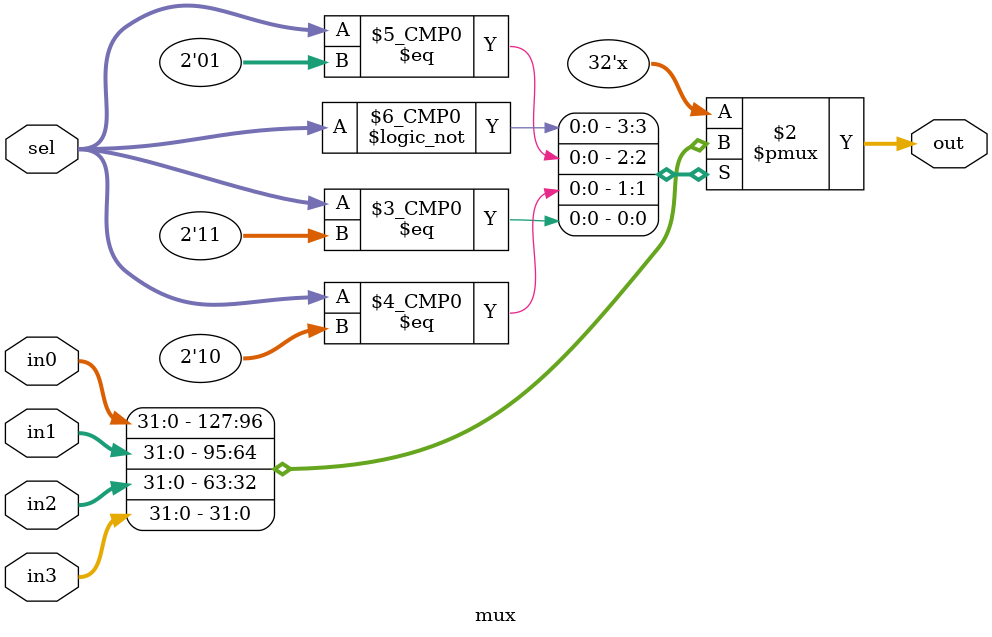
<source format=sv>
module mux #(
    parameter DATA_WIDTH = 32
) (
    input   logic [DATA_WIDTH-1:0]  in0,
    input   logic [DATA_WIDTH-1:0]  in1,
    input   logic [DATA_WIDTH-1:0]  in2,
    input   logic [DATA_WIDTH-1:0]  in3,
    input   logic  [1:0]            sel,
    output  logic [DATA_WIDTH-1:0]  out
);
    always_comb begin
        case (sel)
            2'b00: out = in0;
            2'b01: out = in1;
            2'b10: out = in2;
            2'b11: out = in3;
        endcase
    end

endmodule


</source>
